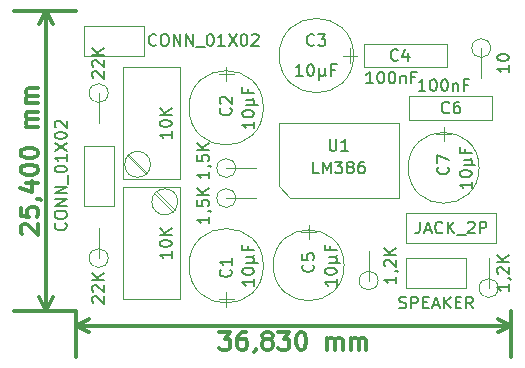
<source format=gbr>
G04 #@! TF.FileFunction,Other,Fab,Top*
%FSLAX46Y46*%
G04 Gerber Fmt 4.6, Leading zero omitted, Abs format (unit mm)*
G04 Created by KiCad (PCBNEW 4.0.7) date 11/30/17 11:02:21*
%MOMM*%
%LPD*%
G01*
G04 APERTURE LIST*
%ADD10C,0.100000*%
%ADD11C,0.300000*%
%ADD12C,0.150000*%
G04 APERTURE END LIST*
D10*
D11*
X126876429Y-96384285D02*
X126805000Y-96312856D01*
X126733571Y-96169999D01*
X126733571Y-95812856D01*
X126805000Y-95669999D01*
X126876429Y-95598570D01*
X127019286Y-95527142D01*
X127162143Y-95527142D01*
X127376429Y-95598570D01*
X128233571Y-96455713D01*
X128233571Y-95527142D01*
X126733571Y-94169999D02*
X126733571Y-94884285D01*
X127447857Y-94955714D01*
X127376429Y-94884285D01*
X127305000Y-94741428D01*
X127305000Y-94384285D01*
X127376429Y-94241428D01*
X127447857Y-94169999D01*
X127590714Y-94098571D01*
X127947857Y-94098571D01*
X128090714Y-94169999D01*
X128162143Y-94241428D01*
X128233571Y-94384285D01*
X128233571Y-94741428D01*
X128162143Y-94884285D01*
X128090714Y-94955714D01*
X128162143Y-93384286D02*
X128233571Y-93384286D01*
X128376429Y-93455714D01*
X128447857Y-93527143D01*
X127233571Y-92098571D02*
X128233571Y-92098571D01*
X126662143Y-92455714D02*
X127733571Y-92812857D01*
X127733571Y-91884285D01*
X126733571Y-91027143D02*
X126733571Y-90884286D01*
X126805000Y-90741429D01*
X126876429Y-90670000D01*
X127019286Y-90598571D01*
X127305000Y-90527143D01*
X127662143Y-90527143D01*
X127947857Y-90598571D01*
X128090714Y-90670000D01*
X128162143Y-90741429D01*
X128233571Y-90884286D01*
X128233571Y-91027143D01*
X128162143Y-91170000D01*
X128090714Y-91241429D01*
X127947857Y-91312857D01*
X127662143Y-91384286D01*
X127305000Y-91384286D01*
X127019286Y-91312857D01*
X126876429Y-91241429D01*
X126805000Y-91170000D01*
X126733571Y-91027143D01*
X126733571Y-89598572D02*
X126733571Y-89455715D01*
X126805000Y-89312858D01*
X126876429Y-89241429D01*
X127019286Y-89170000D01*
X127305000Y-89098572D01*
X127662143Y-89098572D01*
X127947857Y-89170000D01*
X128090714Y-89241429D01*
X128162143Y-89312858D01*
X128233571Y-89455715D01*
X128233571Y-89598572D01*
X128162143Y-89741429D01*
X128090714Y-89812858D01*
X127947857Y-89884286D01*
X127662143Y-89955715D01*
X127305000Y-89955715D01*
X127019286Y-89884286D01*
X126876429Y-89812858D01*
X126805000Y-89741429D01*
X126733571Y-89598572D01*
X128233571Y-87312858D02*
X127233571Y-87312858D01*
X127376429Y-87312858D02*
X127305000Y-87241430D01*
X127233571Y-87098572D01*
X127233571Y-86884287D01*
X127305000Y-86741430D01*
X127447857Y-86670001D01*
X128233571Y-86670001D01*
X127447857Y-86670001D02*
X127305000Y-86598572D01*
X127233571Y-86455715D01*
X127233571Y-86241430D01*
X127305000Y-86098572D01*
X127447857Y-86027144D01*
X128233571Y-86027144D01*
X128233571Y-85312858D02*
X127233571Y-85312858D01*
X127376429Y-85312858D02*
X127305000Y-85241430D01*
X127233571Y-85098572D01*
X127233571Y-84884287D01*
X127305000Y-84741430D01*
X127447857Y-84670001D01*
X128233571Y-84670001D01*
X127447857Y-84670001D02*
X127305000Y-84598572D01*
X127233571Y-84455715D01*
X127233571Y-84241430D01*
X127305000Y-84098572D01*
X127447857Y-84027144D01*
X128233571Y-84027144D01*
X128905000Y-102870000D02*
X128905000Y-77470000D01*
X131445000Y-102870000D02*
X126205000Y-102870000D01*
X131445000Y-77470000D02*
X126205000Y-77470000D01*
X128905000Y-77470000D02*
X129491421Y-78596504D01*
X128905000Y-77470000D02*
X128318579Y-78596504D01*
X128905000Y-102870000D02*
X129491421Y-101743496D01*
X128905000Y-102870000D02*
X128318579Y-101743496D01*
X143574287Y-104668571D02*
X144502858Y-104668571D01*
X144002858Y-105240000D01*
X144217144Y-105240000D01*
X144360001Y-105311429D01*
X144431430Y-105382857D01*
X144502858Y-105525714D01*
X144502858Y-105882857D01*
X144431430Y-106025714D01*
X144360001Y-106097143D01*
X144217144Y-106168571D01*
X143788572Y-106168571D01*
X143645715Y-106097143D01*
X143574287Y-106025714D01*
X145788572Y-104668571D02*
X145502858Y-104668571D01*
X145360001Y-104740000D01*
X145288572Y-104811429D01*
X145145715Y-105025714D01*
X145074286Y-105311429D01*
X145074286Y-105882857D01*
X145145715Y-106025714D01*
X145217143Y-106097143D01*
X145360001Y-106168571D01*
X145645715Y-106168571D01*
X145788572Y-106097143D01*
X145860001Y-106025714D01*
X145931429Y-105882857D01*
X145931429Y-105525714D01*
X145860001Y-105382857D01*
X145788572Y-105311429D01*
X145645715Y-105240000D01*
X145360001Y-105240000D01*
X145217143Y-105311429D01*
X145145715Y-105382857D01*
X145074286Y-105525714D01*
X146645714Y-106097143D02*
X146645714Y-106168571D01*
X146574286Y-106311429D01*
X146502857Y-106382857D01*
X147502858Y-105311429D02*
X147360000Y-105240000D01*
X147288572Y-105168571D01*
X147217143Y-105025714D01*
X147217143Y-104954286D01*
X147288572Y-104811429D01*
X147360000Y-104740000D01*
X147502858Y-104668571D01*
X147788572Y-104668571D01*
X147931429Y-104740000D01*
X148002858Y-104811429D01*
X148074286Y-104954286D01*
X148074286Y-105025714D01*
X148002858Y-105168571D01*
X147931429Y-105240000D01*
X147788572Y-105311429D01*
X147502858Y-105311429D01*
X147360000Y-105382857D01*
X147288572Y-105454286D01*
X147217143Y-105597143D01*
X147217143Y-105882857D01*
X147288572Y-106025714D01*
X147360000Y-106097143D01*
X147502858Y-106168571D01*
X147788572Y-106168571D01*
X147931429Y-106097143D01*
X148002858Y-106025714D01*
X148074286Y-105882857D01*
X148074286Y-105597143D01*
X148002858Y-105454286D01*
X147931429Y-105382857D01*
X147788572Y-105311429D01*
X148574286Y-104668571D02*
X149502857Y-104668571D01*
X149002857Y-105240000D01*
X149217143Y-105240000D01*
X149360000Y-105311429D01*
X149431429Y-105382857D01*
X149502857Y-105525714D01*
X149502857Y-105882857D01*
X149431429Y-106025714D01*
X149360000Y-106097143D01*
X149217143Y-106168571D01*
X148788571Y-106168571D01*
X148645714Y-106097143D01*
X148574286Y-106025714D01*
X150431428Y-104668571D02*
X150574285Y-104668571D01*
X150717142Y-104740000D01*
X150788571Y-104811429D01*
X150860000Y-104954286D01*
X150931428Y-105240000D01*
X150931428Y-105597143D01*
X150860000Y-105882857D01*
X150788571Y-106025714D01*
X150717142Y-106097143D01*
X150574285Y-106168571D01*
X150431428Y-106168571D01*
X150288571Y-106097143D01*
X150217142Y-106025714D01*
X150145714Y-105882857D01*
X150074285Y-105597143D01*
X150074285Y-105240000D01*
X150145714Y-104954286D01*
X150217142Y-104811429D01*
X150288571Y-104740000D01*
X150431428Y-104668571D01*
X152717142Y-106168571D02*
X152717142Y-105168571D01*
X152717142Y-105311429D02*
X152788570Y-105240000D01*
X152931428Y-105168571D01*
X153145713Y-105168571D01*
X153288570Y-105240000D01*
X153359999Y-105382857D01*
X153359999Y-106168571D01*
X153359999Y-105382857D02*
X153431428Y-105240000D01*
X153574285Y-105168571D01*
X153788570Y-105168571D01*
X153931428Y-105240000D01*
X154002856Y-105382857D01*
X154002856Y-106168571D01*
X154717142Y-106168571D02*
X154717142Y-105168571D01*
X154717142Y-105311429D02*
X154788570Y-105240000D01*
X154931428Y-105168571D01*
X155145713Y-105168571D01*
X155288570Y-105240000D01*
X155359999Y-105382857D01*
X155359999Y-106168571D01*
X155359999Y-105382857D02*
X155431428Y-105240000D01*
X155574285Y-105168571D01*
X155788570Y-105168571D01*
X155931428Y-105240000D01*
X156002856Y-105382857D01*
X156002856Y-106168571D01*
X168275000Y-104140000D02*
X131445000Y-104140000D01*
X168275000Y-102870000D02*
X168275000Y-106840000D01*
X131445000Y-102870000D02*
X131445000Y-106840000D01*
X131445000Y-104140000D02*
X132571504Y-103553579D01*
X131445000Y-104140000D02*
X132571504Y-104726421D01*
X168275000Y-104140000D02*
X167148496Y-103553579D01*
X168275000Y-104140000D02*
X167148496Y-104726421D01*
D10*
X137740000Y-90490000D02*
G75*
G03X137740000Y-90490000I-1095000J0D01*
G01*
X140205000Y-82230000D02*
X135375000Y-82230000D01*
X135375000Y-82230000D02*
X135375000Y-91760000D01*
X135375000Y-91760000D02*
X140205000Y-91760000D01*
X140205000Y-91760000D02*
X140205000Y-82230000D01*
X137341000Y-91321000D02*
X135814000Y-89794000D01*
X137475000Y-91187000D02*
X135948000Y-89660000D01*
X155845000Y-80280000D02*
X155845000Y-82280000D01*
X155845000Y-82280000D02*
X162845000Y-82280000D01*
X162845000Y-82280000D02*
X162845000Y-80280000D01*
X162845000Y-80280000D02*
X155845000Y-80280000D01*
X159655000Y-84725000D02*
X159655000Y-86725000D01*
X159655000Y-86725000D02*
X166655000Y-86725000D01*
X166655000Y-86725000D02*
X166655000Y-84725000D01*
X166655000Y-84725000D02*
X159655000Y-84725000D01*
X144945000Y-93345000D02*
G75*
G03X144945000Y-93345000I-800000J0D01*
G01*
X144145000Y-93345000D02*
X146685000Y-93345000D01*
X144945000Y-90805000D02*
G75*
G03X144945000Y-90805000I-800000J0D01*
G01*
X144145000Y-90805000D02*
X146685000Y-90805000D01*
X157010000Y-100330000D02*
G75*
G03X157010000Y-100330000I-800000J0D01*
G01*
X156210000Y-100330000D02*
X156210000Y-97790000D01*
X166535000Y-80645000D02*
G75*
G03X166535000Y-80645000I-800000J0D01*
G01*
X165735000Y-80645000D02*
X165735000Y-83185000D01*
X167170000Y-100965000D02*
G75*
G03X167170000Y-100965000I-800000J0D01*
G01*
X166370000Y-100965000D02*
X166370000Y-98425000D01*
X148590000Y-92345000D02*
X148590000Y-86995000D01*
X148590000Y-86995000D02*
X158750000Y-86995000D01*
X158750000Y-86995000D02*
X158750000Y-93345000D01*
X158750000Y-93345000D02*
X149590000Y-93345000D01*
X149590000Y-93345000D02*
X148590000Y-92345000D01*
X140040000Y-93660000D02*
G75*
G03X140040000Y-93660000I-1095000J0D01*
G01*
X135385000Y-101920000D02*
X140215000Y-101920000D01*
X140215000Y-101920000D02*
X140215000Y-92390000D01*
X140215000Y-92390000D02*
X135385000Y-92390000D01*
X135385000Y-92390000D02*
X135385000Y-101920000D01*
X138249000Y-92829000D02*
X139776000Y-94356000D01*
X138115000Y-92963000D02*
X139642000Y-94490000D01*
X134150000Y-98425000D02*
G75*
G03X134150000Y-98425000I-800000J0D01*
G01*
X133350000Y-98425000D02*
X133350000Y-95885000D01*
X134150000Y-84455000D02*
G75*
G03X134150000Y-84455000I-800000J0D01*
G01*
X133350000Y-84455000D02*
X133350000Y-86995000D01*
X144145000Y-102530000D02*
X144145000Y-101330000D01*
X143495000Y-101930000D02*
X144795000Y-101930000D01*
X147295000Y-99080000D02*
G75*
G03X147295000Y-99080000I-3150000J0D01*
G01*
X144145000Y-82255000D02*
X144145000Y-83455000D01*
X144795000Y-82855000D02*
X143495000Y-82855000D01*
X147295000Y-85705000D02*
G75*
G03X147295000Y-85705000I-3150000J0D01*
G01*
X155235000Y-81280000D02*
X154035000Y-81280000D01*
X154635000Y-81930000D02*
X154635000Y-80630000D01*
X154935000Y-81280000D02*
G75*
G03X154935000Y-81280000I-3150000J0D01*
G01*
X151130000Y-95590000D02*
X151130000Y-96790000D01*
X151780000Y-96190000D02*
X150480000Y-96190000D01*
X154130000Y-99040000D02*
G75*
G03X154130000Y-99040000I-3000000J0D01*
G01*
X162560000Y-87335000D02*
X162560000Y-88535000D01*
X163210000Y-87935000D02*
X161910000Y-87935000D01*
X165560000Y-90785000D02*
G75*
G03X165560000Y-90785000I-3000000J0D01*
G01*
X132080000Y-81280000D02*
X137160000Y-81280000D01*
X137160000Y-81280000D02*
X137160000Y-78740000D01*
X137160000Y-78740000D02*
X132080000Y-78740000D01*
X132080000Y-78740000D02*
X132080000Y-81280000D01*
X132080000Y-88900000D02*
X132080000Y-93980000D01*
X132080000Y-93980000D02*
X134620000Y-93980000D01*
X134620000Y-93980000D02*
X134620000Y-88900000D01*
X134620000Y-88900000D02*
X132080000Y-88900000D01*
X164465000Y-98425000D02*
X159385000Y-98425000D01*
X159385000Y-98425000D02*
X159385000Y-100965000D01*
X159385000Y-100965000D02*
X164465000Y-100965000D01*
X164465000Y-100965000D02*
X164465000Y-98425000D01*
X159385000Y-97155000D02*
X167005000Y-97155000D01*
X167005000Y-97155000D02*
X167005000Y-94615000D01*
X167005000Y-94615000D02*
X159385000Y-94615000D01*
X159385000Y-94615000D02*
X159385000Y-97155000D01*
D12*
X139517381Y-87685476D02*
X139517381Y-88256905D01*
X139517381Y-87971191D02*
X138517381Y-87971191D01*
X138660238Y-88066429D01*
X138755476Y-88161667D01*
X138803095Y-88256905D01*
X138517381Y-87066429D02*
X138517381Y-86971190D01*
X138565000Y-86875952D01*
X138612619Y-86828333D01*
X138707857Y-86780714D01*
X138898333Y-86733095D01*
X139136429Y-86733095D01*
X139326905Y-86780714D01*
X139422143Y-86828333D01*
X139469762Y-86875952D01*
X139517381Y-86971190D01*
X139517381Y-87066429D01*
X139469762Y-87161667D01*
X139422143Y-87209286D01*
X139326905Y-87256905D01*
X139136429Y-87304524D01*
X138898333Y-87304524D01*
X138707857Y-87256905D01*
X138612619Y-87209286D01*
X138565000Y-87161667D01*
X138517381Y-87066429D01*
X139517381Y-86304524D02*
X138517381Y-86304524D01*
X139517381Y-85733095D02*
X138945952Y-86161667D01*
X138517381Y-85733095D02*
X139088810Y-86304524D01*
X156567381Y-83637381D02*
X155995952Y-83637381D01*
X156281666Y-83637381D02*
X156281666Y-82637381D01*
X156186428Y-82780238D01*
X156091190Y-82875476D01*
X155995952Y-82923095D01*
X157186428Y-82637381D02*
X157281667Y-82637381D01*
X157376905Y-82685000D01*
X157424524Y-82732619D01*
X157472143Y-82827857D01*
X157519762Y-83018333D01*
X157519762Y-83256429D01*
X157472143Y-83446905D01*
X157424524Y-83542143D01*
X157376905Y-83589762D01*
X157281667Y-83637381D01*
X157186428Y-83637381D01*
X157091190Y-83589762D01*
X157043571Y-83542143D01*
X156995952Y-83446905D01*
X156948333Y-83256429D01*
X156948333Y-83018333D01*
X156995952Y-82827857D01*
X157043571Y-82732619D01*
X157091190Y-82685000D01*
X157186428Y-82637381D01*
X158138809Y-82637381D02*
X158234048Y-82637381D01*
X158329286Y-82685000D01*
X158376905Y-82732619D01*
X158424524Y-82827857D01*
X158472143Y-83018333D01*
X158472143Y-83256429D01*
X158424524Y-83446905D01*
X158376905Y-83542143D01*
X158329286Y-83589762D01*
X158234048Y-83637381D01*
X158138809Y-83637381D01*
X158043571Y-83589762D01*
X157995952Y-83542143D01*
X157948333Y-83446905D01*
X157900714Y-83256429D01*
X157900714Y-83018333D01*
X157948333Y-82827857D01*
X157995952Y-82732619D01*
X158043571Y-82685000D01*
X158138809Y-82637381D01*
X158900714Y-82970714D02*
X158900714Y-83637381D01*
X158900714Y-83065952D02*
X158948333Y-83018333D01*
X159043571Y-82970714D01*
X159186429Y-82970714D01*
X159281667Y-83018333D01*
X159329286Y-83113571D01*
X159329286Y-83637381D01*
X160138810Y-83113571D02*
X159805476Y-83113571D01*
X159805476Y-83637381D02*
X159805476Y-82637381D01*
X160281667Y-82637381D01*
X158678334Y-81637143D02*
X158630715Y-81684762D01*
X158487858Y-81732381D01*
X158392620Y-81732381D01*
X158249762Y-81684762D01*
X158154524Y-81589524D01*
X158106905Y-81494286D01*
X158059286Y-81303810D01*
X158059286Y-81160952D01*
X158106905Y-80970476D01*
X158154524Y-80875238D01*
X158249762Y-80780000D01*
X158392620Y-80732381D01*
X158487858Y-80732381D01*
X158630715Y-80780000D01*
X158678334Y-80827619D01*
X159535477Y-81065714D02*
X159535477Y-81732381D01*
X159297381Y-80684762D02*
X159059286Y-81399048D01*
X159678334Y-81399048D01*
X161012381Y-84272381D02*
X160440952Y-84272381D01*
X160726666Y-84272381D02*
X160726666Y-83272381D01*
X160631428Y-83415238D01*
X160536190Y-83510476D01*
X160440952Y-83558095D01*
X161631428Y-83272381D02*
X161726667Y-83272381D01*
X161821905Y-83320000D01*
X161869524Y-83367619D01*
X161917143Y-83462857D01*
X161964762Y-83653333D01*
X161964762Y-83891429D01*
X161917143Y-84081905D01*
X161869524Y-84177143D01*
X161821905Y-84224762D01*
X161726667Y-84272381D01*
X161631428Y-84272381D01*
X161536190Y-84224762D01*
X161488571Y-84177143D01*
X161440952Y-84081905D01*
X161393333Y-83891429D01*
X161393333Y-83653333D01*
X161440952Y-83462857D01*
X161488571Y-83367619D01*
X161536190Y-83320000D01*
X161631428Y-83272381D01*
X162583809Y-83272381D02*
X162679048Y-83272381D01*
X162774286Y-83320000D01*
X162821905Y-83367619D01*
X162869524Y-83462857D01*
X162917143Y-83653333D01*
X162917143Y-83891429D01*
X162869524Y-84081905D01*
X162821905Y-84177143D01*
X162774286Y-84224762D01*
X162679048Y-84272381D01*
X162583809Y-84272381D01*
X162488571Y-84224762D01*
X162440952Y-84177143D01*
X162393333Y-84081905D01*
X162345714Y-83891429D01*
X162345714Y-83653333D01*
X162393333Y-83462857D01*
X162440952Y-83367619D01*
X162488571Y-83320000D01*
X162583809Y-83272381D01*
X163345714Y-83605714D02*
X163345714Y-84272381D01*
X163345714Y-83700952D02*
X163393333Y-83653333D01*
X163488571Y-83605714D01*
X163631429Y-83605714D01*
X163726667Y-83653333D01*
X163774286Y-83748571D01*
X163774286Y-84272381D01*
X164583810Y-83748571D02*
X164250476Y-83748571D01*
X164250476Y-84272381D02*
X164250476Y-83272381D01*
X164726667Y-83272381D01*
X163028334Y-86082143D02*
X162980715Y-86129762D01*
X162837858Y-86177381D01*
X162742620Y-86177381D01*
X162599762Y-86129762D01*
X162504524Y-86034524D01*
X162456905Y-85939286D01*
X162409286Y-85748810D01*
X162409286Y-85605952D01*
X162456905Y-85415476D01*
X162504524Y-85320238D01*
X162599762Y-85225000D01*
X162742620Y-85177381D01*
X162837858Y-85177381D01*
X162980715Y-85225000D01*
X163028334Y-85272619D01*
X163885477Y-85177381D02*
X163695000Y-85177381D01*
X163599762Y-85225000D01*
X163552143Y-85272619D01*
X163456905Y-85415476D01*
X163409286Y-85605952D01*
X163409286Y-85986905D01*
X163456905Y-86082143D01*
X163504524Y-86129762D01*
X163599762Y-86177381D01*
X163790239Y-86177381D01*
X163885477Y-86129762D01*
X163933096Y-86082143D01*
X163980715Y-85986905D01*
X163980715Y-85748810D01*
X163933096Y-85653571D01*
X163885477Y-85605952D01*
X163790239Y-85558333D01*
X163599762Y-85558333D01*
X163504524Y-85605952D01*
X163456905Y-85653571D01*
X163409286Y-85748810D01*
X142692381Y-94908571D02*
X142692381Y-95480000D01*
X142692381Y-95194286D02*
X141692381Y-95194286D01*
X141835238Y-95289524D01*
X141930476Y-95384762D01*
X141978095Y-95480000D01*
X142644762Y-94432381D02*
X142692381Y-94432381D01*
X142787619Y-94480000D01*
X142835238Y-94527619D01*
X141692381Y-93527619D02*
X141692381Y-94003810D01*
X142168571Y-94051429D01*
X142120952Y-94003810D01*
X142073333Y-93908572D01*
X142073333Y-93670476D01*
X142120952Y-93575238D01*
X142168571Y-93527619D01*
X142263810Y-93480000D01*
X142501905Y-93480000D01*
X142597143Y-93527619D01*
X142644762Y-93575238D01*
X142692381Y-93670476D01*
X142692381Y-93908572D01*
X142644762Y-94003810D01*
X142597143Y-94051429D01*
X142692381Y-93051429D02*
X141692381Y-93051429D01*
X142692381Y-92480000D02*
X142120952Y-92908572D01*
X141692381Y-92480000D02*
X142263810Y-93051429D01*
X142692381Y-91098571D02*
X142692381Y-91670000D01*
X142692381Y-91384286D02*
X141692381Y-91384286D01*
X141835238Y-91479524D01*
X141930476Y-91574762D01*
X141978095Y-91670000D01*
X142644762Y-90622381D02*
X142692381Y-90622381D01*
X142787619Y-90670000D01*
X142835238Y-90717619D01*
X141692381Y-89717619D02*
X141692381Y-90193810D01*
X142168571Y-90241429D01*
X142120952Y-90193810D01*
X142073333Y-90098572D01*
X142073333Y-89860476D01*
X142120952Y-89765238D01*
X142168571Y-89717619D01*
X142263810Y-89670000D01*
X142501905Y-89670000D01*
X142597143Y-89717619D01*
X142644762Y-89765238D01*
X142692381Y-89860476D01*
X142692381Y-90098572D01*
X142644762Y-90193810D01*
X142597143Y-90241429D01*
X142692381Y-89241429D02*
X141692381Y-89241429D01*
X142692381Y-88670000D02*
X142120952Y-89098572D01*
X141692381Y-88670000D02*
X142263810Y-89241429D01*
X158522381Y-99988571D02*
X158522381Y-100560000D01*
X158522381Y-100274286D02*
X157522381Y-100274286D01*
X157665238Y-100369524D01*
X157760476Y-100464762D01*
X157808095Y-100560000D01*
X158474762Y-99512381D02*
X158522381Y-99512381D01*
X158617619Y-99560000D01*
X158665238Y-99607619D01*
X157617619Y-99131429D02*
X157570000Y-99083810D01*
X157522381Y-98988572D01*
X157522381Y-98750476D01*
X157570000Y-98655238D01*
X157617619Y-98607619D01*
X157712857Y-98560000D01*
X157808095Y-98560000D01*
X157950952Y-98607619D01*
X158522381Y-99179048D01*
X158522381Y-98560000D01*
X158522381Y-98131429D02*
X157522381Y-98131429D01*
X158522381Y-97560000D02*
X157950952Y-97988572D01*
X157522381Y-97560000D02*
X158093810Y-98131429D01*
X168092381Y-82105476D02*
X168092381Y-82676905D01*
X168092381Y-82391191D02*
X167092381Y-82391191D01*
X167235238Y-82486429D01*
X167330476Y-82581667D01*
X167378095Y-82676905D01*
X167092381Y-81486429D02*
X167092381Y-81391190D01*
X167140000Y-81295952D01*
X167187619Y-81248333D01*
X167282857Y-81200714D01*
X167473333Y-81153095D01*
X167711429Y-81153095D01*
X167901905Y-81200714D01*
X167997143Y-81248333D01*
X168044762Y-81295952D01*
X168092381Y-81391190D01*
X168092381Y-81486429D01*
X168044762Y-81581667D01*
X167997143Y-81629286D01*
X167901905Y-81676905D01*
X167711429Y-81724524D01*
X167473333Y-81724524D01*
X167282857Y-81676905D01*
X167187619Y-81629286D01*
X167140000Y-81581667D01*
X167092381Y-81486429D01*
X168092381Y-100623571D02*
X168092381Y-101195000D01*
X168092381Y-100909286D02*
X167092381Y-100909286D01*
X167235238Y-101004524D01*
X167330476Y-101099762D01*
X167378095Y-101195000D01*
X168044762Y-100147381D02*
X168092381Y-100147381D01*
X168187619Y-100195000D01*
X168235238Y-100242619D01*
X167187619Y-99766429D02*
X167140000Y-99718810D01*
X167092381Y-99623572D01*
X167092381Y-99385476D01*
X167140000Y-99290238D01*
X167187619Y-99242619D01*
X167282857Y-99195000D01*
X167378095Y-99195000D01*
X167520952Y-99242619D01*
X168092381Y-99814048D01*
X168092381Y-99195000D01*
X168092381Y-98766429D02*
X167092381Y-98766429D01*
X168092381Y-98195000D02*
X167520952Y-98623572D01*
X167092381Y-98195000D02*
X167663810Y-98766429D01*
X151979524Y-91257381D02*
X151503333Y-91257381D01*
X151503333Y-90257381D01*
X152312857Y-91257381D02*
X152312857Y-90257381D01*
X152646191Y-90971667D01*
X152979524Y-90257381D01*
X152979524Y-91257381D01*
X153360476Y-90257381D02*
X153979524Y-90257381D01*
X153646190Y-90638333D01*
X153789048Y-90638333D01*
X153884286Y-90685952D01*
X153931905Y-90733571D01*
X153979524Y-90828810D01*
X153979524Y-91066905D01*
X153931905Y-91162143D01*
X153884286Y-91209762D01*
X153789048Y-91257381D01*
X153503333Y-91257381D01*
X153408095Y-91209762D01*
X153360476Y-91162143D01*
X154550952Y-90685952D02*
X154455714Y-90638333D01*
X154408095Y-90590714D01*
X154360476Y-90495476D01*
X154360476Y-90447857D01*
X154408095Y-90352619D01*
X154455714Y-90305000D01*
X154550952Y-90257381D01*
X154741429Y-90257381D01*
X154836667Y-90305000D01*
X154884286Y-90352619D01*
X154931905Y-90447857D01*
X154931905Y-90495476D01*
X154884286Y-90590714D01*
X154836667Y-90638333D01*
X154741429Y-90685952D01*
X154550952Y-90685952D01*
X154455714Y-90733571D01*
X154408095Y-90781190D01*
X154360476Y-90876429D01*
X154360476Y-91066905D01*
X154408095Y-91162143D01*
X154455714Y-91209762D01*
X154550952Y-91257381D01*
X154741429Y-91257381D01*
X154836667Y-91209762D01*
X154884286Y-91162143D01*
X154931905Y-91066905D01*
X154931905Y-90876429D01*
X154884286Y-90781190D01*
X154836667Y-90733571D01*
X154741429Y-90685952D01*
X155789048Y-90257381D02*
X155598571Y-90257381D01*
X155503333Y-90305000D01*
X155455714Y-90352619D01*
X155360476Y-90495476D01*
X155312857Y-90685952D01*
X155312857Y-91066905D01*
X155360476Y-91162143D01*
X155408095Y-91209762D01*
X155503333Y-91257381D01*
X155693810Y-91257381D01*
X155789048Y-91209762D01*
X155836667Y-91162143D01*
X155884286Y-91066905D01*
X155884286Y-90828810D01*
X155836667Y-90733571D01*
X155789048Y-90685952D01*
X155693810Y-90638333D01*
X155503333Y-90638333D01*
X155408095Y-90685952D01*
X155360476Y-90733571D01*
X155312857Y-90828810D01*
X152908095Y-88352381D02*
X152908095Y-89161905D01*
X152955714Y-89257143D01*
X153003333Y-89304762D01*
X153098571Y-89352381D01*
X153289048Y-89352381D01*
X153384286Y-89304762D01*
X153431905Y-89257143D01*
X153479524Y-89161905D01*
X153479524Y-88352381D01*
X154479524Y-89352381D02*
X153908095Y-89352381D01*
X154193809Y-89352381D02*
X154193809Y-88352381D01*
X154098571Y-88495238D01*
X154003333Y-88590476D01*
X153908095Y-88638095D01*
X139517381Y-97845476D02*
X139517381Y-98416905D01*
X139517381Y-98131191D02*
X138517381Y-98131191D01*
X138660238Y-98226429D01*
X138755476Y-98321667D01*
X138803095Y-98416905D01*
X138517381Y-97226429D02*
X138517381Y-97131190D01*
X138565000Y-97035952D01*
X138612619Y-96988333D01*
X138707857Y-96940714D01*
X138898333Y-96893095D01*
X139136429Y-96893095D01*
X139326905Y-96940714D01*
X139422143Y-96988333D01*
X139469762Y-97035952D01*
X139517381Y-97131190D01*
X139517381Y-97226429D01*
X139469762Y-97321667D01*
X139422143Y-97369286D01*
X139326905Y-97416905D01*
X139136429Y-97464524D01*
X138898333Y-97464524D01*
X138707857Y-97416905D01*
X138612619Y-97369286D01*
X138565000Y-97321667D01*
X138517381Y-97226429D01*
X139517381Y-96464524D02*
X138517381Y-96464524D01*
X139517381Y-95893095D02*
X138945952Y-96321667D01*
X138517381Y-95893095D02*
X139088810Y-96464524D01*
X132897619Y-102226905D02*
X132850000Y-102179286D01*
X132802381Y-102084048D01*
X132802381Y-101845952D01*
X132850000Y-101750714D01*
X132897619Y-101703095D01*
X132992857Y-101655476D01*
X133088095Y-101655476D01*
X133230952Y-101703095D01*
X133802381Y-102274524D01*
X133802381Y-101655476D01*
X132897619Y-101274524D02*
X132850000Y-101226905D01*
X132802381Y-101131667D01*
X132802381Y-100893571D01*
X132850000Y-100798333D01*
X132897619Y-100750714D01*
X132992857Y-100703095D01*
X133088095Y-100703095D01*
X133230952Y-100750714D01*
X133802381Y-101322143D01*
X133802381Y-100703095D01*
X133802381Y-100274524D02*
X132802381Y-100274524D01*
X133802381Y-99703095D02*
X133230952Y-100131667D01*
X132802381Y-99703095D02*
X133373810Y-100274524D01*
X132897619Y-83176905D02*
X132850000Y-83129286D01*
X132802381Y-83034048D01*
X132802381Y-82795952D01*
X132850000Y-82700714D01*
X132897619Y-82653095D01*
X132992857Y-82605476D01*
X133088095Y-82605476D01*
X133230952Y-82653095D01*
X133802381Y-83224524D01*
X133802381Y-82605476D01*
X132897619Y-82224524D02*
X132850000Y-82176905D01*
X132802381Y-82081667D01*
X132802381Y-81843571D01*
X132850000Y-81748333D01*
X132897619Y-81700714D01*
X132992857Y-81653095D01*
X133088095Y-81653095D01*
X133230952Y-81700714D01*
X133802381Y-82272143D01*
X133802381Y-81653095D01*
X133802381Y-81224524D02*
X132802381Y-81224524D01*
X133802381Y-80653095D02*
X133230952Y-81081667D01*
X132802381Y-80653095D02*
X133373810Y-81224524D01*
X153487381Y-100202857D02*
X153487381Y-100774286D01*
X153487381Y-100488572D02*
X152487381Y-100488572D01*
X152630238Y-100583810D01*
X152725476Y-100679048D01*
X152773095Y-100774286D01*
X152487381Y-99583810D02*
X152487381Y-99488571D01*
X152535000Y-99393333D01*
X152582619Y-99345714D01*
X152677857Y-99298095D01*
X152868333Y-99250476D01*
X153106429Y-99250476D01*
X153296905Y-99298095D01*
X153392143Y-99345714D01*
X153439762Y-99393333D01*
X153487381Y-99488571D01*
X153487381Y-99583810D01*
X153439762Y-99679048D01*
X153392143Y-99726667D01*
X153296905Y-99774286D01*
X153106429Y-99821905D01*
X152868333Y-99821905D01*
X152677857Y-99774286D01*
X152582619Y-99726667D01*
X152535000Y-99679048D01*
X152487381Y-99583810D01*
X152820714Y-98821905D02*
X153820714Y-98821905D01*
X153344524Y-98345714D02*
X153439762Y-98298095D01*
X153487381Y-98202857D01*
X153344524Y-98821905D02*
X153439762Y-98774286D01*
X153487381Y-98679048D01*
X153487381Y-98488571D01*
X153439762Y-98393333D01*
X153344524Y-98345714D01*
X152820714Y-98345714D01*
X152963571Y-97440952D02*
X152963571Y-97774286D01*
X153487381Y-97774286D02*
X152487381Y-97774286D01*
X152487381Y-97298095D01*
X144502143Y-99396666D02*
X144549762Y-99444285D01*
X144597381Y-99587142D01*
X144597381Y-99682380D01*
X144549762Y-99825238D01*
X144454524Y-99920476D01*
X144359286Y-99968095D01*
X144168810Y-100015714D01*
X144025952Y-100015714D01*
X143835476Y-99968095D01*
X143740238Y-99920476D01*
X143645000Y-99825238D01*
X143597381Y-99682380D01*
X143597381Y-99587142D01*
X143645000Y-99444285D01*
X143692619Y-99396666D01*
X144597381Y-98444285D02*
X144597381Y-99015714D01*
X144597381Y-98730000D02*
X143597381Y-98730000D01*
X143740238Y-98825238D01*
X143835476Y-98920476D01*
X143883095Y-99015714D01*
X146502381Y-86867857D02*
X146502381Y-87439286D01*
X146502381Y-87153572D02*
X145502381Y-87153572D01*
X145645238Y-87248810D01*
X145740476Y-87344048D01*
X145788095Y-87439286D01*
X145502381Y-86248810D02*
X145502381Y-86153571D01*
X145550000Y-86058333D01*
X145597619Y-86010714D01*
X145692857Y-85963095D01*
X145883333Y-85915476D01*
X146121429Y-85915476D01*
X146311905Y-85963095D01*
X146407143Y-86010714D01*
X146454762Y-86058333D01*
X146502381Y-86153571D01*
X146502381Y-86248810D01*
X146454762Y-86344048D01*
X146407143Y-86391667D01*
X146311905Y-86439286D01*
X146121429Y-86486905D01*
X145883333Y-86486905D01*
X145692857Y-86439286D01*
X145597619Y-86391667D01*
X145550000Y-86344048D01*
X145502381Y-86248810D01*
X145835714Y-85486905D02*
X146835714Y-85486905D01*
X146359524Y-85010714D02*
X146454762Y-84963095D01*
X146502381Y-84867857D01*
X146359524Y-85486905D02*
X146454762Y-85439286D01*
X146502381Y-85344048D01*
X146502381Y-85153571D01*
X146454762Y-85058333D01*
X146359524Y-85010714D01*
X145835714Y-85010714D01*
X145978571Y-84105952D02*
X145978571Y-84439286D01*
X146502381Y-84439286D02*
X145502381Y-84439286D01*
X145502381Y-83963095D01*
X144502143Y-85721666D02*
X144549762Y-85769285D01*
X144597381Y-85912142D01*
X144597381Y-86007380D01*
X144549762Y-86150238D01*
X144454524Y-86245476D01*
X144359286Y-86293095D01*
X144168810Y-86340714D01*
X144025952Y-86340714D01*
X143835476Y-86293095D01*
X143740238Y-86245476D01*
X143645000Y-86150238D01*
X143597381Y-86007380D01*
X143597381Y-85912142D01*
X143645000Y-85769285D01*
X143692619Y-85721666D01*
X143692619Y-85340714D02*
X143645000Y-85293095D01*
X143597381Y-85197857D01*
X143597381Y-84959761D01*
X143645000Y-84864523D01*
X143692619Y-84816904D01*
X143787857Y-84769285D01*
X143883095Y-84769285D01*
X144025952Y-84816904D01*
X144597381Y-85388333D01*
X144597381Y-84769285D01*
X150622143Y-83002381D02*
X150050714Y-83002381D01*
X150336428Y-83002381D02*
X150336428Y-82002381D01*
X150241190Y-82145238D01*
X150145952Y-82240476D01*
X150050714Y-82288095D01*
X151241190Y-82002381D02*
X151336429Y-82002381D01*
X151431667Y-82050000D01*
X151479286Y-82097619D01*
X151526905Y-82192857D01*
X151574524Y-82383333D01*
X151574524Y-82621429D01*
X151526905Y-82811905D01*
X151479286Y-82907143D01*
X151431667Y-82954762D01*
X151336429Y-83002381D01*
X151241190Y-83002381D01*
X151145952Y-82954762D01*
X151098333Y-82907143D01*
X151050714Y-82811905D01*
X151003095Y-82621429D01*
X151003095Y-82383333D01*
X151050714Y-82192857D01*
X151098333Y-82097619D01*
X151145952Y-82050000D01*
X151241190Y-82002381D01*
X152003095Y-82335714D02*
X152003095Y-83335714D01*
X152479286Y-82859524D02*
X152526905Y-82954762D01*
X152622143Y-83002381D01*
X152003095Y-82859524D02*
X152050714Y-82954762D01*
X152145952Y-83002381D01*
X152336429Y-83002381D01*
X152431667Y-82954762D01*
X152479286Y-82859524D01*
X152479286Y-82335714D01*
X153384048Y-82478571D02*
X153050714Y-82478571D01*
X153050714Y-83002381D02*
X153050714Y-82002381D01*
X153526905Y-82002381D01*
X151598334Y-80367143D02*
X151550715Y-80414762D01*
X151407858Y-80462381D01*
X151312620Y-80462381D01*
X151169762Y-80414762D01*
X151074524Y-80319524D01*
X151026905Y-80224286D01*
X150979286Y-80033810D01*
X150979286Y-79890952D01*
X151026905Y-79700476D01*
X151074524Y-79605238D01*
X151169762Y-79510000D01*
X151312620Y-79462381D01*
X151407858Y-79462381D01*
X151550715Y-79510000D01*
X151598334Y-79557619D01*
X151931667Y-79462381D02*
X152550715Y-79462381D01*
X152217381Y-79843333D01*
X152360239Y-79843333D01*
X152455477Y-79890952D01*
X152503096Y-79938571D01*
X152550715Y-80033810D01*
X152550715Y-80271905D01*
X152503096Y-80367143D01*
X152455477Y-80414762D01*
X152360239Y-80462381D01*
X152074524Y-80462381D01*
X151979286Y-80414762D01*
X151931667Y-80367143D01*
X146502381Y-100202857D02*
X146502381Y-100774286D01*
X146502381Y-100488572D02*
X145502381Y-100488572D01*
X145645238Y-100583810D01*
X145740476Y-100679048D01*
X145788095Y-100774286D01*
X145502381Y-99583810D02*
X145502381Y-99488571D01*
X145550000Y-99393333D01*
X145597619Y-99345714D01*
X145692857Y-99298095D01*
X145883333Y-99250476D01*
X146121429Y-99250476D01*
X146311905Y-99298095D01*
X146407143Y-99345714D01*
X146454762Y-99393333D01*
X146502381Y-99488571D01*
X146502381Y-99583810D01*
X146454762Y-99679048D01*
X146407143Y-99726667D01*
X146311905Y-99774286D01*
X146121429Y-99821905D01*
X145883333Y-99821905D01*
X145692857Y-99774286D01*
X145597619Y-99726667D01*
X145550000Y-99679048D01*
X145502381Y-99583810D01*
X145835714Y-98821905D02*
X146835714Y-98821905D01*
X146359524Y-98345714D02*
X146454762Y-98298095D01*
X146502381Y-98202857D01*
X146359524Y-98821905D02*
X146454762Y-98774286D01*
X146502381Y-98679048D01*
X146502381Y-98488571D01*
X146454762Y-98393333D01*
X146359524Y-98345714D01*
X145835714Y-98345714D01*
X145978571Y-97440952D02*
X145978571Y-97774286D01*
X146502381Y-97774286D02*
X145502381Y-97774286D01*
X145502381Y-97298095D01*
X151487143Y-98981666D02*
X151534762Y-99029285D01*
X151582381Y-99172142D01*
X151582381Y-99267380D01*
X151534762Y-99410238D01*
X151439524Y-99505476D01*
X151344286Y-99553095D01*
X151153810Y-99600714D01*
X151010952Y-99600714D01*
X150820476Y-99553095D01*
X150725238Y-99505476D01*
X150630000Y-99410238D01*
X150582381Y-99267380D01*
X150582381Y-99172142D01*
X150630000Y-99029285D01*
X150677619Y-98981666D01*
X150582381Y-98076904D02*
X150582381Y-98553095D01*
X151058571Y-98600714D01*
X151010952Y-98553095D01*
X150963333Y-98457857D01*
X150963333Y-98219761D01*
X151010952Y-98124523D01*
X151058571Y-98076904D01*
X151153810Y-98029285D01*
X151391905Y-98029285D01*
X151487143Y-98076904D01*
X151534762Y-98124523D01*
X151582381Y-98219761D01*
X151582381Y-98457857D01*
X151534762Y-98553095D01*
X151487143Y-98600714D01*
X164917381Y-91947857D02*
X164917381Y-92519286D01*
X164917381Y-92233572D02*
X163917381Y-92233572D01*
X164060238Y-92328810D01*
X164155476Y-92424048D01*
X164203095Y-92519286D01*
X163917381Y-91328810D02*
X163917381Y-91233571D01*
X163965000Y-91138333D01*
X164012619Y-91090714D01*
X164107857Y-91043095D01*
X164298333Y-90995476D01*
X164536429Y-90995476D01*
X164726905Y-91043095D01*
X164822143Y-91090714D01*
X164869762Y-91138333D01*
X164917381Y-91233571D01*
X164917381Y-91328810D01*
X164869762Y-91424048D01*
X164822143Y-91471667D01*
X164726905Y-91519286D01*
X164536429Y-91566905D01*
X164298333Y-91566905D01*
X164107857Y-91519286D01*
X164012619Y-91471667D01*
X163965000Y-91424048D01*
X163917381Y-91328810D01*
X164250714Y-90566905D02*
X165250714Y-90566905D01*
X164774524Y-90090714D02*
X164869762Y-90043095D01*
X164917381Y-89947857D01*
X164774524Y-90566905D02*
X164869762Y-90519286D01*
X164917381Y-90424048D01*
X164917381Y-90233571D01*
X164869762Y-90138333D01*
X164774524Y-90090714D01*
X164250714Y-90090714D01*
X164393571Y-89185952D02*
X164393571Y-89519286D01*
X164917381Y-89519286D02*
X163917381Y-89519286D01*
X163917381Y-89043095D01*
X162917143Y-90726666D02*
X162964762Y-90774285D01*
X163012381Y-90917142D01*
X163012381Y-91012380D01*
X162964762Y-91155238D01*
X162869524Y-91250476D01*
X162774286Y-91298095D01*
X162583810Y-91345714D01*
X162440952Y-91345714D01*
X162250476Y-91298095D01*
X162155238Y-91250476D01*
X162060000Y-91155238D01*
X162012381Y-91012380D01*
X162012381Y-90917142D01*
X162060000Y-90774285D01*
X162107619Y-90726666D01*
X162012381Y-90393333D02*
X162012381Y-89726666D01*
X163012381Y-90155238D01*
X138216191Y-80367143D02*
X138168572Y-80414762D01*
X138025715Y-80462381D01*
X137930477Y-80462381D01*
X137787619Y-80414762D01*
X137692381Y-80319524D01*
X137644762Y-80224286D01*
X137597143Y-80033810D01*
X137597143Y-79890952D01*
X137644762Y-79700476D01*
X137692381Y-79605238D01*
X137787619Y-79510000D01*
X137930477Y-79462381D01*
X138025715Y-79462381D01*
X138168572Y-79510000D01*
X138216191Y-79557619D01*
X138835238Y-79462381D02*
X139025715Y-79462381D01*
X139120953Y-79510000D01*
X139216191Y-79605238D01*
X139263810Y-79795714D01*
X139263810Y-80129048D01*
X139216191Y-80319524D01*
X139120953Y-80414762D01*
X139025715Y-80462381D01*
X138835238Y-80462381D01*
X138740000Y-80414762D01*
X138644762Y-80319524D01*
X138597143Y-80129048D01*
X138597143Y-79795714D01*
X138644762Y-79605238D01*
X138740000Y-79510000D01*
X138835238Y-79462381D01*
X139692381Y-80462381D02*
X139692381Y-79462381D01*
X140263810Y-80462381D01*
X140263810Y-79462381D01*
X140740000Y-80462381D02*
X140740000Y-79462381D01*
X141311429Y-80462381D01*
X141311429Y-79462381D01*
X141549524Y-80557619D02*
X142311429Y-80557619D01*
X142740000Y-79462381D02*
X142835239Y-79462381D01*
X142930477Y-79510000D01*
X142978096Y-79557619D01*
X143025715Y-79652857D01*
X143073334Y-79843333D01*
X143073334Y-80081429D01*
X143025715Y-80271905D01*
X142978096Y-80367143D01*
X142930477Y-80414762D01*
X142835239Y-80462381D01*
X142740000Y-80462381D01*
X142644762Y-80414762D01*
X142597143Y-80367143D01*
X142549524Y-80271905D01*
X142501905Y-80081429D01*
X142501905Y-79843333D01*
X142549524Y-79652857D01*
X142597143Y-79557619D01*
X142644762Y-79510000D01*
X142740000Y-79462381D01*
X144025715Y-80462381D02*
X143454286Y-80462381D01*
X143740000Y-80462381D02*
X143740000Y-79462381D01*
X143644762Y-79605238D01*
X143549524Y-79700476D01*
X143454286Y-79748095D01*
X144359048Y-79462381D02*
X145025715Y-80462381D01*
X145025715Y-79462381D02*
X144359048Y-80462381D01*
X145597143Y-79462381D02*
X145692382Y-79462381D01*
X145787620Y-79510000D01*
X145835239Y-79557619D01*
X145882858Y-79652857D01*
X145930477Y-79843333D01*
X145930477Y-80081429D01*
X145882858Y-80271905D01*
X145835239Y-80367143D01*
X145787620Y-80414762D01*
X145692382Y-80462381D01*
X145597143Y-80462381D01*
X145501905Y-80414762D01*
X145454286Y-80367143D01*
X145406667Y-80271905D01*
X145359048Y-80081429D01*
X145359048Y-79843333D01*
X145406667Y-79652857D01*
X145454286Y-79557619D01*
X145501905Y-79510000D01*
X145597143Y-79462381D01*
X146311429Y-79557619D02*
X146359048Y-79510000D01*
X146454286Y-79462381D01*
X146692382Y-79462381D01*
X146787620Y-79510000D01*
X146835239Y-79557619D01*
X146882858Y-79652857D01*
X146882858Y-79748095D01*
X146835239Y-79890952D01*
X146263810Y-80462381D01*
X146882858Y-80462381D01*
X130532143Y-95463809D02*
X130579762Y-95511428D01*
X130627381Y-95654285D01*
X130627381Y-95749523D01*
X130579762Y-95892381D01*
X130484524Y-95987619D01*
X130389286Y-96035238D01*
X130198810Y-96082857D01*
X130055952Y-96082857D01*
X129865476Y-96035238D01*
X129770238Y-95987619D01*
X129675000Y-95892381D01*
X129627381Y-95749523D01*
X129627381Y-95654285D01*
X129675000Y-95511428D01*
X129722619Y-95463809D01*
X129627381Y-94844762D02*
X129627381Y-94654285D01*
X129675000Y-94559047D01*
X129770238Y-94463809D01*
X129960714Y-94416190D01*
X130294048Y-94416190D01*
X130484524Y-94463809D01*
X130579762Y-94559047D01*
X130627381Y-94654285D01*
X130627381Y-94844762D01*
X130579762Y-94940000D01*
X130484524Y-95035238D01*
X130294048Y-95082857D01*
X129960714Y-95082857D01*
X129770238Y-95035238D01*
X129675000Y-94940000D01*
X129627381Y-94844762D01*
X130627381Y-93987619D02*
X129627381Y-93987619D01*
X130627381Y-93416190D01*
X129627381Y-93416190D01*
X130627381Y-92940000D02*
X129627381Y-92940000D01*
X130627381Y-92368571D01*
X129627381Y-92368571D01*
X130722619Y-92130476D02*
X130722619Y-91368571D01*
X129627381Y-90940000D02*
X129627381Y-90844761D01*
X129675000Y-90749523D01*
X129722619Y-90701904D01*
X129817857Y-90654285D01*
X130008333Y-90606666D01*
X130246429Y-90606666D01*
X130436905Y-90654285D01*
X130532143Y-90701904D01*
X130579762Y-90749523D01*
X130627381Y-90844761D01*
X130627381Y-90940000D01*
X130579762Y-91035238D01*
X130532143Y-91082857D01*
X130436905Y-91130476D01*
X130246429Y-91178095D01*
X130008333Y-91178095D01*
X129817857Y-91130476D01*
X129722619Y-91082857D01*
X129675000Y-91035238D01*
X129627381Y-90940000D01*
X130627381Y-89654285D02*
X130627381Y-90225714D01*
X130627381Y-89940000D02*
X129627381Y-89940000D01*
X129770238Y-90035238D01*
X129865476Y-90130476D01*
X129913095Y-90225714D01*
X129627381Y-89320952D02*
X130627381Y-88654285D01*
X129627381Y-88654285D02*
X130627381Y-89320952D01*
X129627381Y-88082857D02*
X129627381Y-87987618D01*
X129675000Y-87892380D01*
X129722619Y-87844761D01*
X129817857Y-87797142D01*
X130008333Y-87749523D01*
X130246429Y-87749523D01*
X130436905Y-87797142D01*
X130532143Y-87844761D01*
X130579762Y-87892380D01*
X130627381Y-87987618D01*
X130627381Y-88082857D01*
X130579762Y-88178095D01*
X130532143Y-88225714D01*
X130436905Y-88273333D01*
X130246429Y-88320952D01*
X130008333Y-88320952D01*
X129817857Y-88273333D01*
X129722619Y-88225714D01*
X129675000Y-88178095D01*
X129627381Y-88082857D01*
X129722619Y-87368571D02*
X129675000Y-87320952D01*
X129627381Y-87225714D01*
X129627381Y-86987618D01*
X129675000Y-86892380D01*
X129722619Y-86844761D01*
X129817857Y-86797142D01*
X129913095Y-86797142D01*
X130055952Y-86844761D01*
X130627381Y-87416190D01*
X130627381Y-86797142D01*
X158805952Y-102639762D02*
X158948809Y-102687381D01*
X159186905Y-102687381D01*
X159282143Y-102639762D01*
X159329762Y-102592143D01*
X159377381Y-102496905D01*
X159377381Y-102401667D01*
X159329762Y-102306429D01*
X159282143Y-102258810D01*
X159186905Y-102211190D01*
X158996428Y-102163571D01*
X158901190Y-102115952D01*
X158853571Y-102068333D01*
X158805952Y-101973095D01*
X158805952Y-101877857D01*
X158853571Y-101782619D01*
X158901190Y-101735000D01*
X158996428Y-101687381D01*
X159234524Y-101687381D01*
X159377381Y-101735000D01*
X159805952Y-102687381D02*
X159805952Y-101687381D01*
X160186905Y-101687381D01*
X160282143Y-101735000D01*
X160329762Y-101782619D01*
X160377381Y-101877857D01*
X160377381Y-102020714D01*
X160329762Y-102115952D01*
X160282143Y-102163571D01*
X160186905Y-102211190D01*
X159805952Y-102211190D01*
X160805952Y-102163571D02*
X161139286Y-102163571D01*
X161282143Y-102687381D02*
X160805952Y-102687381D01*
X160805952Y-101687381D01*
X161282143Y-101687381D01*
X161663095Y-102401667D02*
X162139286Y-102401667D01*
X161567857Y-102687381D02*
X161901190Y-101687381D01*
X162234524Y-102687381D01*
X162567857Y-102687381D02*
X162567857Y-101687381D01*
X163139286Y-102687381D02*
X162710714Y-102115952D01*
X163139286Y-101687381D02*
X162567857Y-102258810D01*
X163567857Y-102163571D02*
X163901191Y-102163571D01*
X164044048Y-102687381D02*
X163567857Y-102687381D01*
X163567857Y-101687381D01*
X164044048Y-101687381D01*
X165044048Y-102687381D02*
X164710714Y-102211190D01*
X164472619Y-102687381D02*
X164472619Y-101687381D01*
X164853572Y-101687381D01*
X164948810Y-101735000D01*
X164996429Y-101782619D01*
X165044048Y-101877857D01*
X165044048Y-102020714D01*
X164996429Y-102115952D01*
X164948810Y-102163571D01*
X164853572Y-102211190D01*
X164472619Y-102211190D01*
X160552143Y-95337381D02*
X160552143Y-96051667D01*
X160504523Y-96194524D01*
X160409285Y-96289762D01*
X160266428Y-96337381D01*
X160171190Y-96337381D01*
X160980714Y-96051667D02*
X161456905Y-96051667D01*
X160885476Y-96337381D02*
X161218809Y-95337381D01*
X161552143Y-96337381D01*
X162456905Y-96242143D02*
X162409286Y-96289762D01*
X162266429Y-96337381D01*
X162171191Y-96337381D01*
X162028333Y-96289762D01*
X161933095Y-96194524D01*
X161885476Y-96099286D01*
X161837857Y-95908810D01*
X161837857Y-95765952D01*
X161885476Y-95575476D01*
X161933095Y-95480238D01*
X162028333Y-95385000D01*
X162171191Y-95337381D01*
X162266429Y-95337381D01*
X162409286Y-95385000D01*
X162456905Y-95432619D01*
X162885476Y-96337381D02*
X162885476Y-95337381D01*
X163456905Y-96337381D02*
X163028333Y-95765952D01*
X163456905Y-95337381D02*
X162885476Y-95908810D01*
X163647381Y-96432619D02*
X164409286Y-96432619D01*
X164599762Y-95432619D02*
X164647381Y-95385000D01*
X164742619Y-95337381D01*
X164980715Y-95337381D01*
X165075953Y-95385000D01*
X165123572Y-95432619D01*
X165171191Y-95527857D01*
X165171191Y-95623095D01*
X165123572Y-95765952D01*
X164552143Y-96337381D01*
X165171191Y-96337381D01*
X165599762Y-96337381D02*
X165599762Y-95337381D01*
X165980715Y-95337381D01*
X166075953Y-95385000D01*
X166123572Y-95432619D01*
X166171191Y-95527857D01*
X166171191Y-95670714D01*
X166123572Y-95765952D01*
X166075953Y-95813571D01*
X165980715Y-95861190D01*
X165599762Y-95861190D01*
M02*

</source>
